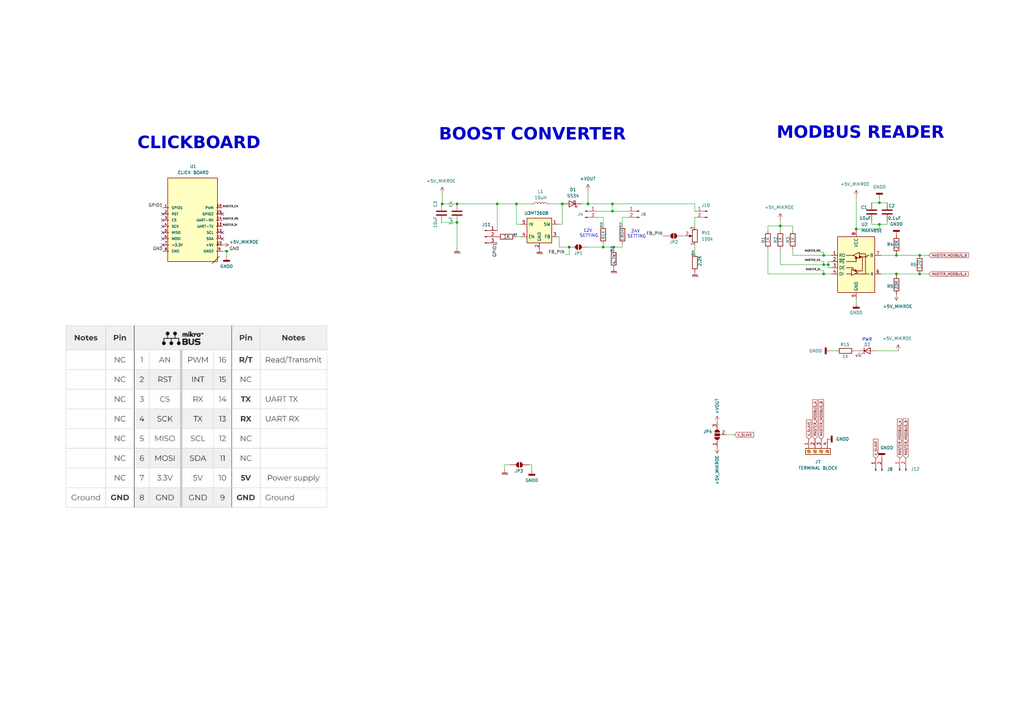
<source format=kicad_sch>
(kicad_sch (version 20231120) (generator "eeschema") (generator_version "8.0")
  (paper "A3")
  (lib_symbols
    (symbol "Connector:Conn_01x02_Pin" (pin_names (offset 1.016) hide)
      (property "Reference" "J" (at 0 2.54 0))
      (property "Value" "Conn_01x02_Pin" (at 0 -5.08 0))
      (symbol "Conn_01x02_Pin_1_1"
        (polyline (pts (xy 1.27 -2.54) (xy 0.8636 -2.54)) (stroke (width 0.1524)))
        (polyline (pts (xy 1.27 0) (xy 0.8636 0)) (stroke (width 0.1524)))
        (rectangle (start 0.8636 -2.413) (end 0 -2.667) (stroke (width 0.1524)) (fill (type outline)))
        (rectangle (start 0.8636 0.127) (end 0 -0.127) (stroke (width 0.1524)) (fill (type outline)))
        (pin passive line (at 5.08 0 180) (length 3.81) (name "Pin_1") (number "1"))
        (pin passive line (at 5.08 -2.54 180) (length 3.81) (name "Pin_2") (number "2"))
      )
    )
    (symbol "Connector:Conn_01x03_Pin" (pin_names (offset 1.016) hide)
      (property "Reference" "J" (at 0 5.08 0))
      (property "Value" "Conn_01x03_Pin" (at 0 -5.08 0))
      (symbol "Conn_01x03_Pin_1_1"
        (polyline (pts (xy 1.27 -2.54) (xy 0.8636 -2.54)) (stroke (width 0.1524)))
        (polyline (pts (xy 1.27 0) (xy 0.8636 0)) (stroke (width 0.1524)))
        (polyline (pts (xy 1.27 2.54) (xy 0.8636 2.54)) (stroke (width 0.1524)))
        (rectangle (start 0.8636 -2.413) (end 0 -2.667) (stroke (width 0.1524)) (fill (type outline)))
        (rectangle (start 0.8636 0.127) (end 0 -0.127) (stroke (width 0.1524)) (fill (type outline)))
        (rectangle (start 0.8636 2.667) (end 0 2.413) (stroke (width 0.1524)) (fill (type outline)))
        (pin passive line (at 5.08 2.54 180) (length 3.81) (name "Pin_1") (number "1"))
        (pin passive line (at 5.08 0 180) (length 3.81) (name "Pin_2") (number "2"))
        (pin passive line (at 5.08 -2.54 180) (length 3.81) (name "Pin_3") (number "3"))
      )
    )
    (symbol "Connector:Screw_Terminal_01x04" (pin_names (offset 1.016) hide)
      (property "Reference" "J" (at 0 5.08 0))
      (property "Value" "Screw_Terminal_01x04" (at 0 -7.62 0))
      (symbol "Screw_Terminal_01x04_1_1"
        (rectangle (start -1.27 3.81) (end 1.27 -6.35) (stroke (width 0.254)) (fill (type background)))
        (circle (center 0 -5.08) (radius 0.635) (stroke (width 0.1524)))
        (circle (center 0 -2.54) (radius 0.635) (stroke (width 0.1524)))
        (polyline (pts (xy -0.5334 -4.7498) (xy 0.3302 -5.588)) (stroke (width 0.1524)))
        (polyline (pts (xy -0.5334 -2.2098) (xy 0.3302 -3.048)) (stroke (width 0.1524)))
        (polyline (pts (xy -0.5334 0.3302) (xy 0.3302 -0.508)) (stroke (width 0.1524)))
        (polyline (pts (xy -0.5334 2.8702) (xy 0.3302 2.032)) (stroke (width 0.1524)))
        (polyline (pts (xy -0.3556 -4.572) (xy 0.508 -5.4102)) (stroke (width 0.1524)))
        (polyline (pts (xy -0.3556 -2.032) (xy 0.508 -2.8702)) (stroke (width 0.1524)))
        (polyline (pts (xy -0.3556 0.508) (xy 0.508 -0.3302)) (stroke (width 0.1524)))
        (polyline (pts (xy -0.3556 3.048) (xy 0.508 2.2098)) (stroke (width 0.1524)))
        (circle (center 0 0) (radius 0.635) (stroke (width 0.1524)))
        (circle (center 0 2.54) (radius 0.635) (stroke (width 0.1524)))
        (pin passive line (at -5.08 2.54 0) (length 3.81) (name "Pin_1") (number "1"))
        (pin passive line (at -5.08 0 0) (length 3.81) (name "Pin_2") (number "2"))
        (pin passive line (at -5.08 -2.54 0) (length 3.81) (name "Pin_3") (number "3"))
        (pin passive line (at -5.08 -5.08 0) (length 3.81) (name "Pin_4") (number "4"))
      )
    )
    (symbol "Device:C" (pin_numbers hide) (pin_names (offset 0.254))
      (property "Reference" "C" (at 0.635 2.54 0))
      (property "Value" "C" (at 0.635 -2.54 0))
      (symbol "C_0_1"
        (polyline (pts (xy -2.032 -0.762) (xy 2.032 -0.762)) (stroke (width 0.508)))
        (polyline (pts (xy -2.032 0.762) (xy 2.032 0.762)) (stroke (width 0.508)))
      )
      (symbol "C_1_1"
        (pin passive line (at 0 3.81 270) (length 2.794) (name "~") (number "1"))
        (pin passive line (at 0 -3.81 90) (length 2.794) (name "~") (number "2"))
      )
    )
    (symbol "Device:L" (pin_numbers hide) (pin_names (offset 1.016) hide)
      (property "Reference" "L" (at -1.27 0 90))
      (property "Value" "L" (at 1.905 0 90))
      (symbol "L_0_1"
        (arc (start 0 -2.54) (mid 0.6323 -1.905) (end 0 -1.27))
        (arc (start 0 -1.27) (mid 0.6323 -0.635) (end 0 0))
        (arc (start 0 0) (mid 0.6323 0.635) (end 0 1.27))
        (arc (start 0 1.27) (mid 0.6323 1.905) (end 0 2.54))
      )
      (symbol "L_1_1"
        (pin passive line (at 0 3.81 270) (length 1.27) (name "1") (number "1"))
        (pin passive line (at 0 -3.81 90) (length 1.27) (name "2") (number "2"))
      )
    )
    (symbol "Device:LED" (pin_numbers hide) (pin_names (offset 1.016) hide)
      (property "Reference" "D" (at 0 2.54 0))
      (property "Value" "LED" (at 0 -2.54 0))
      (symbol "LED_0_1"
        (polyline (pts (xy -1.27 -1.27) (xy -1.27 1.27)) (stroke (width 0.254)))
        (polyline (pts (xy -1.27 0) (xy 1.27 0)))
        (polyline (pts (xy 1.27 -1.27) (xy 1.27 1.27) (xy -1.27 0) (xy 1.27 -1.27)) (stroke (width 0.254)))
        (polyline (pts (xy -3.048 -0.762) (xy -4.572 -2.286) (xy -3.81 -2.286) (xy -4.572 -2.286) (xy -4.572 -1.524)))
        (polyline (pts (xy -1.778 -0.762) (xy -3.302 -2.286) (xy -2.54 -2.286) (xy -3.302 -2.286) (xy -3.302 -1.524)))
      )
      (symbol "LED_1_1"
        (pin passive line (at -3.81 0 0) (length 2.54) (name "K") (number "1"))
        (pin passive line (at 3.81 0 180) (length 2.54) (name "A") (number "2"))
      )
    )
    (symbol "Device:R" (pin_numbers hide) (pin_names (offset 0))
      (property "Reference" "R" (at 2.032 0 90))
      (property "Value" "R" (at 0 0 90))
      (symbol "R_0_1"
        (rectangle (start -1.016 -2.54) (end 1.016 2.54) (stroke (width 0.254)))
      )
      (symbol "R_1_1"
        (pin passive line (at 0 3.81 270) (length 1.27) (name "~") (number "1"))
        (pin passive line (at 0 -3.81 90) (length 1.27) (name "~") (number "2"))
      )
    )
    (symbol "Device:R_Potentiometer" (pin_names (offset 1.016) hide)
      (property "Reference" "RV" (at -4.445 0 90))
      (property "Value" "R_Potentiometer" (at -2.54 0 90))
      (symbol "R_Potentiometer_0_1"
        (polyline (pts (xy 2.54 0) (xy 1.524 0)))
        (polyline (pts (xy 1.143 0) (xy 2.286 0.508) (xy 2.286 -0.508) (xy 1.143 0)) (fill (type outline)))
        (rectangle (start 1.016 2.54) (end -1.016 -2.54) (stroke (width 0.254)))
      )
      (symbol "R_Potentiometer_1_1"
        (pin passive line (at 0 3.81 270) (length 1.27) (name "1") (number "1"))
        (pin passive line (at 3.81 0 180) (length 1.27) (name "2") (number "2"))
        (pin passive line (at 0 -3.81 90) (length 1.27) (name "3") (number "3"))
      )
    )
    (symbol "Diode:SS34" (pin_numbers hide) (pin_names (offset 1.016) hide)
      (property "Reference" "D" (at 0 2.54 0))
      (property "Value" "SS34" (at 0 -2.54 0))
      (symbol "SS34_0_1"
        (polyline (pts (xy 1.27 0) (xy -1.27 0)))
        (polyline (pts (xy 1.27 1.27) (xy 1.27 -1.27) (xy -1.27 0) (xy 1.27 1.27)) (stroke (width 0.254)))
        (polyline (pts (xy -1.905 0.635) (xy -1.905 1.27) (xy -1.27 1.27) (xy -1.27 -1.27) (xy -0.635 -1.27) (xy -0.635 -0.635)) (stroke (width 0.254)))
      )
      (symbol "SS34_1_1"
        (pin passive line (at -3.81 0 0) (length 2.54) (name "K") (number "1"))
        (pin passive line (at 3.81 0 180) (length 2.54) (name "A") (number "2"))
      )
    )
    (symbol "Interface_UART:MAX485E"
      (property "Reference" "U" (at -6.096 11.43 0))
      (property "Value" "MAX485E" (at 0.762 11.43 0))
      (symbol "MAX485E_0_1"
        (rectangle (start -7.62 10.16) (end 7.62 -12.7) (stroke (width 0.254)) (fill (type background)))
        (circle (center -0.3048 -3.683) (radius 0.3556) (stroke (width 0.254)) (fill (type outline)))
        (circle (center -0.0254 1.4986) (radius 0.3556) (stroke (width 0.254)) (fill (type outline)))
        (polyline (pts (xy -4.064 -5.08) (xy -1.905 -5.08)) (stroke (width 0.254)))
        (polyline (pts (xy -4.064 2.54) (xy -1.27 2.54)) (stroke (width 0.254)))
        (polyline (pts (xy -1.27 -3.2004) (xy -1.27 -3.4544)) (stroke (width 0.254)))
        (polyline (pts (xy -0.635 -5.08) (xy 5.334 -5.08)) (stroke (width 0.254)))
        (polyline (pts (xy -4.064 -2.54) (xy -1.27 -2.54) (xy -1.27 -3.175)) (stroke (width 0.254)))
        (polyline (pts (xy 0 1.27) (xy 0 0) (xy -4.064 0)) (stroke (width 0.254)))
        (polyline (pts (xy 1.27 3.175) (xy 3.81 3.175) (xy 3.81 -5.08)) (stroke (width 0.254)))
        (polyline (pts (xy 2.54 1.905) (xy 2.54 -3.81) (xy 0 -3.81)) (stroke (width 0.254)))
        (polyline (pts (xy -1.905 -3.175) (xy -1.905 -5.715) (xy 0.635 -4.445) (xy -1.905 -3.175)) (stroke (width 0.254)))
        (polyline (pts (xy -1.27 2.54) (xy 1.27 3.81) (xy 1.27 1.27) (xy -1.27 2.54)) (stroke (width 0.254)))
        (polyline (pts (xy 1.905 1.905) (xy 4.445 1.905) (xy 4.445 2.54) (xy 5.334 2.54)) (stroke (width 0.254)))
        (rectangle (start 1.27 3.175) (end 1.27 3.175))
        (circle (center 1.651 1.905) (radius 0.3556) (stroke (width 0.254)) (fill (type outline)))
      )
      (symbol "MAX485E_1_1"
        (pin output line (at -10.16 2.54 0) (length 2.54) (name "RO") (number "1"))
        (pin input line (at -10.16 0 0) (length 2.54) (name "~{RE}") (number "2"))
        (pin input line (at -10.16 -2.54 0) (length 2.54) (name "DE") (number "3"))
        (pin input line (at -10.16 -5.08 0) (length 2.54) (name "DI") (number "4"))
        (pin power_in line (at 0 -15.24 90) (length 2.54) (name "GND") (number "5"))
        (pin bidirectional line (at 10.16 -5.08 180) (length 2.54) (name "A") (number "6"))
        (pin bidirectional line (at 10.16 2.54 180) (length 2.54) (name "B") (number "7"))
        (pin power_in line (at 0 12.7 270) (length 2.54) (name "VCC") (number "8"))
      )
    )
    (symbol "Jumper:SolderJumper_2_Open" (pin_numbers hide) (pin_names (offset 0) hide) (exclude_from_sim yes) (in_bom no)
      (property "Reference" "JP" (at 0 2.032 0))
      (property "Value" "SolderJumper_2_Open" (at 0 -2.54 0))
      (symbol "SolderJumper_2_Open_0_1"
        (arc (start -0.254 1.016) (mid -1.2656 0) (end -0.254 -1.016))
        (arc (start -0.254 1.016) (mid -1.2656 0) (end -0.254 -1.016) (fill (type outline)))
        (polyline (pts (xy -0.254 1.016) (xy -0.254 -1.016)))
        (polyline (pts (xy 0.254 1.016) (xy 0.254 -1.016)))
        (arc (start 0.254 -1.016) (mid 1.2656 0) (end 0.254 1.016))
        (arc (start 0.254 -1.016) (mid 1.2656 0) (end 0.254 1.016) (fill (type outline)))
      )
      (symbol "SolderJumper_2_Open_1_1"
        (pin passive line (at -3.81 0 0) (length 2.54) (name "A") (number "1"))
        (pin passive line (at 3.81 0 180) (length 2.54) (name "B") (number "2"))
      )
    )
    (symbol "Jumper:SolderJumper_3_Open" (pin_names (offset 0) hide) (exclude_from_sim yes) (in_bom no)
      (property "Reference" "JP" (at -2.54 -2.54 0))
      (property "Value" "SolderJumper_3_Open" (at 0 2.794 0))
      (symbol "SolderJumper_3_Open_0_1"
        (arc (start -1.016 1.016) (mid -2.0276 0) (end -1.016 -1.016))
        (arc (start -1.016 1.016) (mid -2.0276 0) (end -1.016 -1.016) (fill (type outline)))
        (rectangle (start -0.508 1.016) (end 0.508 -1.016) (fill (type outline)))
        (polyline (pts (xy -2.54 0) (xy -2.032 0)))
        (polyline (pts (xy -1.016 1.016) (xy -1.016 -1.016)))
        (polyline (pts (xy 0 -1.27) (xy 0 -1.016)))
        (polyline (pts (xy 1.016 1.016) (xy 1.016 -1.016)))
        (polyline (pts (xy 2.54 0) (xy 2.032 0)))
        (arc (start 1.016 -1.016) (mid 2.0276 0) (end 1.016 1.016))
        (arc (start 1.016 -1.016) (mid 2.0276 0) (end 1.016 1.016) (fill (type outline)))
      )
      (symbol "SolderJumper_3_Open_1_1"
        (pin passive line (at -5.08 0 0) (length 2.54) (name "A") (number "1"))
        (pin passive line (at 0 -3.81 90) (length 2.54) (name "C") (number "2"))
        (pin passive line (at 5.08 0 180) (length 2.54) (name "B") (number "3"))
      )
    )
    (symbol "MIKROE-3800:MIKROE-3800" (pin_names (offset 1.016))
      (property "Reference" "U1" (at -0.2323 27.1462 0))
      (property "Value" "CLICK BOARD" (at -0.2323 24.6062 0))
      (symbol "MIKROE-3800_0_0"
        (rectangle (start -10.6246 22.3954) (end 9.6954 -11.8946) (stroke (width 0.254)) (fill (type background)))
        (polyline (pts (xy 7.62 -12.7) (xy 10.4902 -9.7282)) (stroke (width 0.254)))
        (pin bidirectional line (at 11.7602 -2.54 180) (length 2.54) (name "SDA") (number "11"))
        (pin input line (at 11.7602 0 180) (length 2.54) (name "SCL") (number "12"))
        (pin input line (at 11.7602 10.16 180) (length 2.54) (name "PWM") (number "16"))
        (pin input line (at -12.7 7.62 0) (length 2.54) (name "RST") (number "2"))
        (pin input line (at -12.7 5.08 0) (length 2.54) (name "CS") (number "3"))
        (pin power_in line (at -12.7 -5.08 0) (length 2.54) (name "+3.3V") (number "7"))
        (pin power_in line (at -12.7 -7.62 0) (length 2.54) (name "GND") (number "8"))
        (pin power_in line (at 11.7602 -7.62 180) (length 2.54) (name "GND2") (number "9"))
      )
      (symbol "MIKROE-3800_1_0"
        (pin output line (at -12.7 10.16 0) (length 2.54) (name "GPIO1") (number "1"))
        (pin power_in line (at 11.7602 -5.08 180) (length 2.54) (name "+5V") (number "10"))
        (pin bidirectional line (at 11.7602 2.54 180) (length 2.54) (name "UART-TX") (number "13"))
        (pin bidirectional line (at 11.7602 5.08 180) (length 2.54) (name "UART-RX") (number "14"))
        (pin output line (at 11.7602 7.62 180) (length 2.54) (name "GPIO2") (number "15"))
        (pin bidirectional line (at -12.7 2.54 0) (length 2.54) (name "SCK") (number "4"))
        (pin bidirectional line (at -12.7 0 0) (length 2.54) (name "MISO") (number "5"))
        (pin bidirectional line (at -12.7 -2.54 0) (length 2.54) (name "MOSI") (number "6"))
      )
    )
    (symbol "Regulator_Switching:MT3608"
      (property "Reference" "U" (at -2.54 8.89 0))
      (property "Value" "MT3608" (at -3.81 6.35 0))
      (symbol "MT3608_0_1"
        (rectangle (start -5.08 5.08) (end 5.08 -5.08) (stroke (width 0.254)) (fill (type background)))
      )
      (symbol "MT3608_1_1"
        (pin passive line (at 7.62 2.54 180) (length 2.54) (name "SW") (number "1"))
        (pin power_in line (at 0 -7.62 90) (length 2.54) (name "GND") (number "2"))
        (pin input line (at 7.62 -2.54 180) (length 2.54) (name "FB") (number "3"))
        (pin input line (at -7.62 -2.54 0) (length 2.54) (name "EN") (number "4"))
        (pin power_in line (at -7.62 2.54 0) (length 2.54) (name "IN") (number "5"))
        (pin no_connect line (at 5.08 0 180) (length 2.54) hide (name "NC") (number "6"))
      )
    )
    (symbol "power:+5V" (power) (pin_names (offset 0))
      (property "Value" "+5V" (at 0 3.556 0))
      (symbol "+5V_0_1"
        (polyline (pts (xy -0.762 1.27) (xy 0 2.54)))
        (polyline (pts (xy 0 0) (xy 0 2.54)))
        (polyline (pts (xy 0 2.54) (xy 0.762 1.27)))
      )
      (symbol "+5V_1_1"
        (pin power_in line (at 0 0 90) (length 0) hide (name "+5V") (number "1"))
      )
    )
    (symbol "power:GNDD" (power) (pin_numbers hide) (pin_names (offset 0) hide)
      (property "Value" "GNDD" (at 0 -3.175 0))
      (symbol "GNDD_0_1"
        (rectangle (start -1.27 -1.524) (end 1.27 -2.032) (stroke (width 0.254)) (fill (type outline)))
        (polyline (pts (xy 0 0) (xy 0 -1.524)))
      )
      (symbol "GNDD_1_1"
        (pin power_in line (at 0 0 270) (length 0) (name "~") (number "1"))
      )
    )
    (symbol "power:GNDPWR" (power) (pin_numbers hide) (pin_names (offset 0) hide)
      (property "Value" "GNDPWR" (at 0 -3.302 0))
      (symbol "GNDPWR_0_1"
        (polyline (pts (xy 0 -1.27) (xy 0 0)))
        (polyline (pts (xy -1.016 -1.27) (xy -1.27 -2.032) (xy -1.27 -2.032)) (stroke (width 0.2032)))
        (polyline (pts (xy -0.508 -1.27) (xy -0.762 -2.032) (xy -0.762 -2.032)) (stroke (width 0.2032)))
        (polyline (pts (xy 0 -1.27) (xy -0.254 -2.032) (xy -0.254 -2.032)) (stroke (width 0.2032)))
        (polyline (pts (xy 0.508 -1.27) (xy 0.254 -2.032) (xy 0.254 -2.032)) (stroke (width 0.2032)))
        (polyline (pts (xy 1.016 -1.27) (xy -1.016 -1.27) (xy -1.016 -1.27)) (stroke (width 0.2032)))
        (polyline (pts (xy 1.016 -1.27) (xy 0.762 -2.032) (xy 0.762 -2.032) (xy 0.762 -2.032)) (stroke (width 0.2032)))
      )
      (symbol "GNDPWR_1_1"
        (pin power_in line (at 0 0 270) (length 0) (name "~") (number "1"))
      )
    )
  )
  (junction (at 337.8269 104.7367))
  (junction (at 187.4433 83.6256))
  (junction (at 241.1641 83.6256))
  (junction (at 92.9307 103.013))
  (junction (at 351.1619 93.9417))
  (junction (at 181.3473 83.6256))
  (junction (at 339.7319 108.5467))
  (junction (at 251.206 83.6256))
  (junction (at 230.6233 83.6256))
  (junction (at 360.6869 92.0367))
  (junction (at 377.1969 112.3567))
  (junction (at 251.206 86.614))
  (junction (at 251.714 101.346))
  (junction (at 367.6719 112.3567))
  (junction (at 211.8273 83.6256))
  (junction (at 320.0469 92.6717))
  (junction (at 367.6719 104.7367))
  (junction (at 187.4433 91.2456))
  (junction (at 247.396 101.346))
  (junction (at 337.8269 112.3567))
  (junction (at 337.8269 108.5467))
  (junction (at 360.6869 83.1467))
  (junction (at 203.9533 83.6256))
  (junction (at 233.426 101.346))
  (junction (at 377.1969 104.7367))
  (no_connect (at 66.7535 87.773))
  (no_connect (at 66.7535 95.393))
  (no_connect (at 91.2137 87.773))
  (no_connect (at 91.2137 95.393))
  (no_connect (at 66.7535 100.473))
  (no_connect (at 66.7535 97.933))
  (no_connect (at 66.7535 90.313))
  (no_connect (at 91.2137 97.933))
  (no_connect (at 66.7535 92.853))
  (wire (pts (xy 284.988 83.6256) (xy 251.206 83.6256)))
  (wire (pts (xy 241.046 101.346) (xy 247.396 101.346)))
  (wire (pts (xy 206.9568 190.6577) (xy 209.2428 190.6577)))
  (wire (pts (xy 339.7319 107.2767) (xy 339.7319 108.5467)))
  (wire (pts (xy 337.8269 103.4667) (xy 337.8269 104.7367)))
  (wire (pts (xy 361.3219 104.7367) (xy 367.6719 104.7367)))
  (wire (pts (xy 255.27 101.346) (xy 251.714 101.346)))
  (wire (pts (xy 360.6869 92.0367) (xy 363.8619 92.0367)))
  (wire (pts (xy 255.27 100.076) (xy 255.27 101.346)))
  (wire (pts (xy 92.9307 105.1807) (xy 92.9307 103.013)))
  (wire (pts (xy 367.6719 104.7367) (xy 367.6719 104.1017)))
  (wire (pts (xy 350.5992 143.902) (xy 351.8692 143.902)))
  (wire (pts (xy 231.648 104.394) (xy 233.426 104.394)))
  (wire (pts (xy 336.5569 107.2767) (xy 337.8269 107.2767)))
  (wire (pts (xy 336.5569 103.4667) (xy 337.8269 103.4667)))
  (wire (pts (xy 245.11 89.154) (xy 247.396 89.154)))
  (wire (pts (xy 377.1969 104.7367) (xy 381.0069 104.7367)))
  (wire (pts (xy 187.4433 83.6256) (xy 203.9533 83.6256)))
  (wire (pts (xy 360.6869 83.1467) (xy 363.8619 83.1467)))
  (wire (pts (xy 251.206 83.6256) (xy 251.206 86.614)))
  (wire (pts (xy 206.9568 192.6897) (xy 206.9568 190.6577)))
  (wire (pts (xy 255.27 89.154) (xy 255.27 92.456)))
  (wire (pts (xy 238.4973 83.6256) (xy 241.1641 83.6256)))
  (wire (pts (xy 230.6233 92.0076) (xy 228.8453 92.0076)))
  (wire (pts (xy 368.3792 143.902) (xy 359.4892 143.902)))
  (wire (pts (xy 92.9307 103.013) (xy 94.0624 103.013)))
  (wire (pts (xy 203.9533 94.5476) (xy 203.9533 83.6256)))
  (wire (pts (xy 245.11 86.614) (xy 251.206 86.614)))
  (wire (pts (xy 360.6869 93.9417) (xy 360.6869 92.0367)))
  (wire (pts (xy 351.1619 93.9417) (xy 360.6869 93.9417)))
  (wire (pts (xy 337.8269 104.7367) (xy 341.0019 104.7367)))
  (wire (pts (xy 341.0019 107.2767) (xy 339.7319 107.2767)))
  (wire (pts (xy 363.8619 92.0367) (xy 363.8619 90.7667)))
  (wire (pts (xy 325.1269 102.1967) (xy 325.1269 104.7367)))
  (wire (pts (xy 229.362 101.346) (xy 233.426 101.346)))
  (wire (pts (xy 367.6719 104.7367) (xy 377.1969 104.7367)))
  (wire (pts (xy 351.1619 93.9417) (xy 351.1619 94.5767)))
  (wire (pts (xy 351.1619 122.5167) (xy 351.1619 124.4217)))
  (wire (pts (xy 314.9669 94.5767) (xy 314.9669 92.6717)))
  (wire (pts (xy 320.0469 102.1967) (xy 320.0469 108.5467)))
  (wire (pts (xy 357.5119 83.1467) (xy 360.6869 83.1467)))
  (wire (pts (xy 320.0469 92.6717) (xy 325.1269 92.6717)))
  (wire (pts (xy 377.1969 112.3567) (xy 381.0069 112.3567)))
  (wire (pts (xy 187.4433 91.2456) (xy 181.0933 91.2456)))
  (wire (pts (xy 228.8453 97.0876) (xy 228.8453 97.0996)))
  (wire (pts (xy 361.3219 112.3567) (xy 367.6719 112.3567)))
  (wire (pts (xy 257.048 89.154) (xy 255.27 89.154)))
  (wire (pts (xy 94.0624 103.013) (xy 94.0624 103.0251)))
  (wire (pts (xy 181.3473 79.3076) (xy 181.3473 83.6256)))
  (wire (pts (xy 337.8269 107.2767) (xy 337.8269 108.5467)))
  (wire (pts (xy 367.6719 112.3567) (xy 377.1969 112.3567)))
  (wire (pts (xy 337.8269 112.3567) (xy 341.0019 112.3567)))
  (wire (pts (xy 314.9669 112.3567) (xy 337.8269 112.3567)))
  (wire (pts (xy 336.5569 111.0867) (xy 337.8269 111.0867)))
  (wire (pts (xy 314.9669 92.6717) (xy 320.0469 92.6717)))
  (wire (pts (xy 325.1269 92.6717) (xy 325.1269 94.5767)))
  (wire (pts (xy 218.1328 190.6577) (xy 218.1328 192.9437)))
  (wire (pts (xy 241.1641 83.6256) (xy 251.206 83.6256)))
  (wire (pts (xy 203.9533 83.6256) (xy 211.8273 83.6256)))
  (wire (pts (xy 314.9669 102.1967) (xy 314.9669 112.3567)))
  (wire (pts (xy 320.0469 108.5467) (xy 337.8269 108.5467)))
  (wire (pts (xy 247.396 101.346) (xy 251.714 101.346)))
  (wire (pts (xy 217.9233 83.6256) (xy 211.8273 83.6256)))
  (wire (pts (xy 241.1641 78.1826) (xy 241.1641 83.6256)))
  (wire (pts (xy 284.988 100.584) (xy 284.988 103.886)))
  (wire (pts (xy 360.6869 81.2417) (xy 360.6869 83.1467)))
  (wire (pts (xy 301.244 178.308) (xy 297.942 178.308)))
  (wire (pts (xy 187.4433 101.9136) (xy 187.4433 91.2456)))
  (wire (pts (xy 351.1619 80.6067) (xy 351.1619 93.9417)))
  (wire (pts (xy 91.2137 103.013) (xy 92.9307 103.013)))
  (wire (pts (xy 247.396 89.154) (xy 247.396 92.456)))
  (wire (pts (xy 357.5119 90.7667) (xy 357.5119 92.0367)))
  (wire (pts (xy 251.206 86.614) (xy 257.048 86.614)))
  (wire (pts (xy 284.988 89.154) (xy 284.988 92.964)))
  (wire (pts (xy 337.8269 111.0867) (xy 337.8269 112.3567)))
  (wire (pts (xy 181.0933 83.6256) (xy 181.3473 83.6256)))
  (wire (pts (xy 340.4392 143.902) (xy 342.9792 143.902)))
  (wire (pts (xy 339.7319 109.8167) (xy 341.0019 109.8167)))
  (wire (pts (xy 320.0469 92.6717) (xy 320.0469 94.5767)))
  (wire (pts (xy 284.988 86.614) (xy 284.988 83.6256)))
  (wire (pts (xy 233.426 104.394) (xy 233.426 101.346)))
  (wire (pts (xy 251.714 101.346) (xy 251.714 102.362)))
  (wire (pts (xy 271.78 96.774) (xy 272.542 96.774)))
  (wire (pts (xy 339.7319 108.5467) (xy 339.7319 109.8167)))
  (wire (pts (xy 211.8273 83.6256) (xy 211.8273 92.0076)))
  (wire (pts (xy 228.8453 97.0996) (xy 229.362 97.0996)))
  (wire (pts (xy 357.5119 92.0367) (xy 360.6869 92.0367)))
  (wire (pts (xy 230.6233 83.6256) (xy 230.6233 92.0076)))
  (wire (pts (xy 229.362 97.0996) (xy 229.362 101.346)))
  (wire (pts (xy 216.8628 190.6577) (xy 218.1328 190.6577)))
  (wire (pts (xy 211.5733 97.0876) (xy 213.6053 97.0876)))
  (wire (pts (xy 225.5433 83.6256) (xy 230.6233 83.6256)))
  (wire (pts (xy 280.162 96.774) (xy 281.178 96.774)))
  (wire (pts (xy 247.396 100.076) (xy 247.396 101.346)))
  (wire (pts (xy 230.6233 83.6256) (xy 230.8773 83.6256)))
  (wire (pts (xy 181.3473 83.6256) (xy 187.4433 83.6256)))
  (wire (pts (xy 337.8269 108.5467) (xy 339.7319 108.5467)))
  (wire (pts (xy 367.6719 112.3567) (xy 367.6719 112.9917)))
  (wire (pts (xy 325.1269 104.7367) (xy 337.8269 104.7367)))
  (wire (pts (xy 320.0469 90.1317) (xy 320.0469 92.6717)))
  (wire (pts (xy 211.8273 92.0076) (xy 213.6053 92.0076)))
  (image (at 81.8502 171.185) (scale 0.748006))
  (text "PWR" (at 355.6439 139.3816 0) (effects (font (size 1.27 1.27))))
  (text "12V \nSETTING" (at 241.554 95.758 0) (effects (font (size 1.27 1.27))))
  (text "24V \nSETTING" (at 261.112 96.012 0) (effects (font (size 1.27 1.27))))
  (text "MODBUS READER\n" (at 318.5458 58.8794 0) (effects (font (size 5 5) (thickness 1) (bold yes)) (justify left bottom)))
  (text "BOOST CONVERTER" (at 180.0403 59.5816 0) (effects (font (size 5 5) (thickness 1) (bold yes)) (justify left bottom)))
  (text "CLICKBOARD" (at 56.3454 63.1189 0) (effects (font (size 5 5) (thickness 1) (bold yes)) (justify left bottom)))
  (label "FB_PIN" (at 231.648 104.394 180))
  (label "MASTER_DI" (at 336.5569 111.0867 180) (effects (font (size 0.762 0.762))))
  (label "MASTER_DI" (at 91.2137 92.853 0) (effects (font (size 0.762 0.762))))
  (label "FB_PIN" (at 271.78 96.774 180))
  (label "MASTER_RO" (at 336.5569 103.4667 180) (effects (font (size 0.762 0.762))))
  (label "MASTER_RO" (at 91.2137 90.313 0) (effects (font (size 0.762 0.762))))
  (label "GPIO1" (at 203.9533 99.6276 270))
  (label "MASTER_EN" (at 336.5569 107.2767 180) (effects (font (size 0.762 0.762))))
  (label "GND" (at 94.0624 103.0251 0))
  (label "MASTER_EN" (at 91.2137 85.233 0) (effects (font (size 0.762 0.762))))
  (label "GND" (at 66.7535 103.013 180))
  (label "GPIO1" (at 66.7535 85.233 180))
  (global_label "MASTER_MODBUS_A" (shape input) (at 381.0069 112.3567 0) (effects (font (size 1 1))) (property "Intersheetrefs" "${INTERSHEET_REFS}" (effects (hide yes))))
  (global_label "MASTER_MODBUS_B" (shape input) (at 336.804 180.086 90) (effects (font (size 1 1))) (property "Intersheetrefs" "${INTERSHEET_REFS}" (effects (hide yes))))
  (global_label "MASTER_MODBUS_B" (shape input) (at 381.0069 104.7367 0) (effects (font (size 1 1))) (property "Intersheetrefs" "${INTERSHEET_REFS}" (effects (hide yes))))
  (global_label "MASTER_MODBUS_A" (shape input) (at 368.9864 187.9276 90) (effects (font (size 1 1))) (property "Intersheetrefs" "${INTERSHEET_REFS}" (effects (hide yes))))
  (global_label "MASTER_MODBUS_B" (shape input) (at 371.5264 187.9276 90) (effects (font (size 1 1))) (property "Intersheetrefs" "${INTERSHEET_REFS}" (effects (hide yes))))
  (global_label "V_SLAVE" (shape input) (at 359.16 187.9931 90) (effects (font (size 1 1))) (property "Intersheetrefs" "${INTERSHEET_REFS}" (effects (hide yes))))
  (global_label "V_SLAVE" (shape input) (at 331.724 180.086 90) (effects (font (size 1 1))) (property "Intersheetrefs" "${INTERSHEET_REFS}" (effects (hide yes))))
  (global_label "V_SLAVE" (shape input) (at 301.244 178.308 0) (effects (font (size 1 1))) (property "Intersheetrefs" "${INTERSHEET_REFS}" (effects (hide yes))))
  (global_label "MASTER_MODBUS_A" (shape input) (at 334.264 180.086 90) (effects (font (size 1 1))) (property "Intersheetrefs" "${INTERSHEET_REFS}" (effects (hide yes))))
  (symbol (lib_id "power:GNDPWR") (at 251.714 109.982 0) (mirror y) (unit 1)
    (property "Reference" "#PWR017" (effects (hide yes)))
    (property "Value" "GNDPWR" (effects (hide yes)))
    (property "Description" "Power symbol creates a global label with name \"GNDPWR\" , global ground" (effects (hide yes)))
  )
  (symbol (lib_id "Device:R") (at 367.6719 100.2917 180) (unit 1)
    (property "Reference" "R4" (at 365.1319 100.2917 0))
    (property "Value" "20K" (at 367.6719 100.2917 90))
    (property "Footprint" "Resistor_SMD:R_0805_2012Metric_Pad1.20x1.40mm_HandSolder" (effects (hide yes)))
    (property "LCSC" "C163978" (effects (hide yes)))
  )
  (symbol (lib_id "Device:R") (at 325.1269 98.3867 180) (unit 1)
    (property "Reference" "R3" (at 323.2219 98.3867 90))
    (property "Value" "1K" (at 325.1269 98.3867 90))
    (property "Footprint" "Resistor_SMD:R_0603_1608Metric_Pad0.98x0.95mm_HandSolder" (effects (hide yes)))
    (property "LCSC" "C21190" (effects (hide yes)))
  )
  (symbol (lib_id "Device:R") (at 247.396 96.266 0) (unit 1)
    (property "Reference" "R10" (at 246.634 93.472 90) (effects (font (size 0.762 0.762)) (justify left)))
    (property "Value" "91K" (at 247.396 98.298 90) (effects (justify left)))
    (property "Footprint" "Resistor_SMD:R_0603_1608Metric_Pad0.98x0.95mm_HandSolder" (effects (hide yes)))
    (property "LCSC" "C137755" (effects (hide yes)))
  )
  (symbol (lib_id "power:+5V") (at 294.132 183.388 180) (unit 1)
    (property "Reference" "#PWR010" (effects (hide yes)))
    (property "Value" "+5V_MIKROE" (at 294.132 192.786 90))
  )
  (symbol (lib_id "power:GNDPWR") (at 206.9568 192.6897 0) (mirror y) (unit 1)
    (property "Reference" "#PWR012" (effects (hide yes)))
    (property "Value" "GNDPWR" (effects (hide yes)))
    (property "Description" "Power symbol creates a global label with name \"GNDPWR\" , global ground" (effects (hide yes)))
  )
  (symbol (lib_id "power:GNDD") (at 340.4392 143.902 270) (unit 1)
    (property "Reference" "#PWR024" (effects (hide yes)))
    (property "Value" "GNDD" (at 337.2228 143.9019 90) (effects (justify right)))
    (property "Description" "Power symbol creates a global label with name \"GNDD\" , digital ground" (effects (hide yes)))
  )
  (symbol (lib_id "power:+5V") (at 181.3473 79.3076 0) (unit 1)
    (property "Reference" "#PWR014" (effects (hide yes)))
    (property "Value" "+5V_MIKROE" (at 180.8965 74.229 0))
  )
  (symbol (lib_id "power:GNDPWR") (at 284.988 111.506 0) (mirror y) (unit 1)
    (property "Reference" "#PWR022" (effects (hide yes)))
    (property "Value" "GNDPWR" (effects (hide yes)))
    (property "Description" "Power symbol creates a global label with name \"GNDPWR\" , global ground" (effects (hide yes)))
  )
  (symbol (lib_id "power:GNDD") (at 218.1328 192.9437 0) (unit 1)
    (property "Reference" "#PWR013" (effects (hide yes)))
    (property "Value" "GNDD" (at 218.1328 197.0077 0))
    (property "Description" "Power symbol creates a global label with name \"GNDD\" , digital ground" (effects (hide yes)))
  )
  (symbol (lib_id "power:GNDD") (at 361.7 187.9931 180) (unit 1)
    (property "Reference" "#PWR021" (effects (hide yes)))
    (property "Value" "GNDD" (at 363.728 183.642 0))
    (property "Description" "Power symbol creates a global label with name \"GNDD\" , digital ground" (effects (hide yes)))
  )
  (symbol (lib_id "MIKROE-3800:MIKROE-3800") (at 79.4535 95.393 0) (unit 1)
    (property "Reference" "U1" (at 79.2212 68.2468 0))
    (property "Value" "CLICK BOARD" (at 79.2212 70.7868 0))
    (property "Footprint" "MIKROE:MIKROE-PINS" (effects (hide yes)))
  )
  (symbol (lib_id "Regulator_Switching:MT3608") (at 221.2253 94.5476 0) (unit 1)
    (property "Reference" "U3" (at 216.3993 87.4356 0))
    (property "Value" "MT3608" (at 221.2253 87.4356 0))
    (property "Footprint" "Package_TO_SOT_SMD:SOT-23-6" (effects (hide yes)))
    (property "Datasheet" "https://www.olimex.com/Products/Breadboarding/BB-PWR-3608/resources/MT3608.pdf" (effects (hide yes)))
    (property "Description" "High Efficiency 1.2MHz 2A Step Up Converter, 2-24V Vin, 28V Vout, 4A current limit, 1.2MHz, SOT23-6" (effects (hide yes)))
    (property "LCSC" "C2932326" (effects (hide yes)))
  )
  (symbol (lib_id "power:+5V") (at 368.3792 143.902 0) (unit 1)
    (property "Reference" "#PWR023" (effects (hide yes)))
    (property "Value" "+5V_MIKROE" (at 367.9284 138.8234 0))
  )
  (symbol (lib_id "Connector:Conn_01x02_Pin") (at 262.128 86.614 0) (mirror y) (unit 1)
    (property "Reference" "J6" (at 263.906 87.884 0))
    (property "Value" "Conn_01x02_Pin" (effects (hide yes)))
    (property "Footprint" "Connector_PinHeader_2.54mm:PinHeader_1x02_P2.54mm_Vertical" (effects (hide yes)))
    (property "Description" "Generic connector, single row, 01x02, script generated" (effects (hide yes)))
  )
  (symbol (lib_id "Jumper:SolderJumper_2_Open") (at 276.352 96.774 0) (unit 1) (exclude_from_sim yes) (in_bom no)
    (property "Reference" "JP2" (at 276.352 99.314 0))
    (property "Value" "SolderJumper_2_Open" (effects (hide yes)))
    (property "Footprint" "Jumper:SolderJumper-2_P1.3mm_Open_Pad1.0x1.5mm" (effects (hide yes)))
    (property "Description" "Solder Jumper, 2-pole, open" (effects (hide yes)))
  )
  (symbol (lib_id "Interface_UART:MAX485E") (at 351.1619 107.2767 0) (unit 1)
    (property "Reference" "U2" (at 353.1813 92.0367 0) (effects (justify left)))
    (property "Value" "MAX485E" (at 353.1813 94.5767 0) (effects (justify left)))
    (property "Footprint" "Package_SO:SOP-8_3.9x4.9mm_P1.27mm" (effects (hide yes)))
    (property "Datasheet" "https://datasheets.maximintegrated.com/en/ds/MAX1487E-MAX491E.pdf" (effects (hide yes)))
    (property "LCSC" "C481667" (effects (hide yes)))
  )
  (symbol (lib_id "Device:R_Potentiometer") (at 284.988 96.774 180) (unit 1)
    (property "Reference" "RV1" (at 287.6706 95.5039 0) (effects (justify right)))
    (property "Value" "100k" (at 287.6706 98.0439 0) (effects (justify right)))
    (property "Footprint" "RES-ADJ-TH_3362P:res" (effects (hide yes)))
    (property "Description" "Potentiometer" (effects (hide yes)))
    (property "LCSC" "C118963" (effects (hide yes)))
  )
  (symbol (lib_id "Device:C") (at 187.4433 87.4356 180) (unit 1)
    (property "Reference" "C4" (at 184.9033 82.3556 90) (effects (justify left)))
    (property "Value" "1uF" (at 184.9033 88.7056 90) (effects (justify left)))
    (property "Footprint" "Capacitor_SMD:C_0402_1005Metric_Pad0.74x0.62mm_HandSolder" (effects (hide yes)))
    (property "LCSC" "C52923" (effects (hide yes)))
  )
  (symbol (lib_id "Device:C") (at 181.0933 87.4356 180) (unit 1)
    (property "Reference" "C3" (at 178.5533 82.3556 90) (effects (justify left)))
    (property "Value" "10uF" (at 178.5533 88.7056 90) (effects (justify left)))
    (property "Footprint" "Capacitor_SMD:C_0603_1608Metric_Pad1.08x0.95mm_HandSolder" (effects (hide yes)))
    (property "LCSC" "C96446" (effects (hide yes)))
  )
  (symbol (lib_id "Device:R") (at 377.1969 108.5467 180) (unit 1)
    (property "Reference" "R6" (at 374.6569 108.5467 0))
    (property "Value" "120" (at 377.1969 108.5467 90))
    (property "Footprint" "Resistor_SMD:R_0805_2012Metric_Pad1.20x1.40mm_HandSolder" (effects (hide yes)))
    (property "LCSC" "C2907224" (effects (hide yes)))
  )
  (symbol (lib_id "Device:R") (at 367.6719 116.8017 180) (unit 1)
    (property "Reference" "R5" (at 365.1319 117.4367 0))
    (property "Value" "20K" (at 367.6719 116.8017 90))
    (property "Footprint" "Resistor_SMD:R_0805_2012Metric_Pad1.20x1.40mm_HandSolder" (effects (hide yes)))
    (property "LCSC" "C163978" (effects (hide yes)))
  )
  (symbol (lib_id "power:GNDD") (at 92.9307 105.1807 0) (unit 1)
    (property "Reference" "#PWR01" (effects (hide yes)))
    (property "Value" "GNDD" (at 92.9307 109.2447 0))
    (property "Description" "Power symbol creates a global label with name \"GNDD\" , digital ground" (effects (hide yes)))
  )
  (symbol (lib_id "Connector:Conn_01x03_Pin") (at 198.8733 97.0876 0) (unit 1)
    (property "Reference" "J11" (at 199.5083 92.1361 0))
    (property "Value" "Conn_01x03_Pin" (effects (hide yes)))
    (property "Footprint" "Connector_PinSocket_2.54mm:PinSocket_1x03_P2.54mm_Vertical" (effects (hide yes)))
    (property "Description" "Generic connector, single row, 01x03, script generated" (effects (hide yes)))
  )
  (symbol (lib_id "Jumper:SolderJumper_2_Open") (at 237.236 101.346 0) (unit 1) (exclude_from_sim yes) (in_bom no)
    (property "Reference" "JP1" (at 237.236 103.886 0))
    (property "Value" "SolderJumper_2_Open" (effects (hide yes)))
    (property "Footprint" "Jumper:SolderJumper-2_P1.3mm_Open_Pad1.0x1.5mm" (effects (hide yes)))
    (property "Description" "Solder Jumper, 2-pole, open" (effects (hide yes)))
  )
  (symbol (lib_id "Diode:SS34") (at 234.6873 83.6256 180) (unit 1)
    (property "Reference" "D1" (at 235.0048 77.7836 0))
    (property "Value" "SS34" (at 235.0048 80.3236 0))
    (property "Footprint" "Diode_SMD:D_SMA" (effects (hide yes)))
    (property "Datasheet" "https://www.vishay.com/docs/88751/ss32.pdf" (effects (hide yes)))
    (property "Description" "40V 3A Schottky Diode, SMA" (effects (hide yes)))
    (property "LCSC" "C8678" (effects (hide yes)))
  )
  (symbol (lib_id "Device:L") (at 221.7333 83.6256 90) (unit 1)
    (property "Reference" "L1" (at 221.7333 78.5456 90))
    (property "Value" "10uH" (at 221.7333 81.0856 90))
    (property "Footprint" "Inductor_SMD:L_Chilisin_BMRB00060618" (effects (hide yes)))
    (property "Description" "Inductor" (effects (hide yes)))
    (property "LCSC" "C167223" (effects (hide yes)))
  )
  (symbol (lib_id "Jumper:SolderJumper_3_Open") (at 294.132 178.308 90) (unit 1) (exclude_from_sim yes) (in_bom no)
    (property "Reference" "JP4" (at 292.1 177.0379 90) (effects (justify left)))
    (property "Value" "SolderJumper_3_Open" (effects (hide yes)))
    (property "Footprint" "Jumper:SolderJumper-3_P1.3mm_Open_Pad1.0x1.5mm" (effects (hide yes)))
    (property "Description" "Solder Jumper, 3-pole, open" (effects (hide yes)))
  )
  (symbol (lib_id "Connector:Screw_Terminal_01x04") (at 334.264 185.166 90) (mirror x) (unit 1)
    (property "Reference" "J7" (at 335.534 189.4321 90))
    (property "Value" "TERMINAL BLOCK" (at 335.534 191.9721 90))
    (property "Footprint" "TerminalBlock:TerminalBlock_Xinya_XY308-2.54-4P_1x04_P2.54mm_Horizontal" (effects (hide yes)))
    (property "Description" "Generic screw terminal, single row, 01x04, script generated (kicad-library-utils/schlib/autogen/connector/)" (effects (hide yes)))
  )
  (symbol (lib_id "power:GNDPWR") (at 187.4433 101.9136 0) (mirror y) (unit 1)
    (property "Reference" "#PWR08" (effects (hide yes)))
    (property "Value" "GNDPWR" (effects (hide yes)))
    (property "Description" "Power symbol creates a global label with name \"GNDPWR\" , global ground" (effects (hide yes)))
  )
  (symbol (lib_id "Connector:Conn_01x02_Pin") (at 359.16 193.0731 90) (unit 1)
    (property "Reference" "J8" (at 363.7846 192.438 90) (effects (justify right)))
    (property "Value" "Conn_01x02_Pin" (effects (hide yes)))
    (property "Footprint" "Connector_PinHeader_2.54mm:PinHeader_1x02_P2.54mm_Vertical" (effects (hide yes)))
    (property "Description" "Generic connector, single row, 01x02, script generated" (effects (hide yes)))
  )
  (symbol (lib_id "power:+5V") (at 91.2137 100.473 270) (unit 1)
    (property "Reference" "#PWR011" (effects (hide yes)))
    (property "Value" "+5V_MIKROE" (at 100.08 99.2639 90))
  )
  (symbol (lib_id "Device:R") (at 346.7892 143.902 90) (unit 1)
    (property "Reference" "R15" (at 348.4902 141.3644 90) (effects (justify left)))
    (property "Value" "1K" (at 348.0985 146.2206 90) (effects (justify left)))
    (property "Footprint" "Resistor_SMD:R_0603_1608Metric_Pad0.98x0.95mm_HandSolder" (effects (hide yes)))
    (property "LCSC" "C21190" (effects (hide yes)))
  )
  (symbol (lib_id "power:+5V") (at 320.0469 90.1317 0) (unit 1)
    (property "Reference" "#PWR018" (effects (hide yes)))
    (property "Value" "+5V_MIKROE" (at 319.5961 85.0531 0))
  )
  (symbol (lib_id "power:GNDPWR") (at 221.2253 102.1676 0) (mirror y) (unit 1)
    (property "Reference" "#PWR09" (effects (hide yes)))
    (property "Value" "GNDPWR" (effects (hide yes)))
    (property "Description" "Power symbol creates a global label with name \"GNDPWR\" , global ground" (effects (hide yes)))
  )
  (symbol (lib_id "power:+5V") (at 351.1619 80.6067 0) (unit 1)
    (property "Reference" "#PWR02" (effects (hide yes)))
    (property "Value" "+5V_MIKROE" (at 350.7111 75.5281 0))
  )
  (symbol (lib_id "Device:R") (at 284.988 107.696 0) (unit 1)
    (property "Reference" "R14" (at 284.226 104.902 90) (effects (font (size 0.762 0.762)) (justify left)))
    (property "Value" "2.2K" (at 287.0246 109.2602 90) (effects (justify left)))
    (property "Footprint" "Resistor_SMD:R_0603_1608Metric_Pad0.98x0.95mm_HandSolder" (effects (hide yes)))
    (property "LCSC" "C4190" (effects (hide yes)))
  )
  (symbol (lib_id "Device:R") (at 320.0469 98.3867 180) (unit 1)
    (property "Reference" "R2" (at 318.1419 98.3867 90))
    (property "Value" "1K" (at 320.0469 98.3867 90))
    (property "Footprint" "Resistor_SMD:R_0603_1608Metric_Pad0.98x0.95mm_HandSolder" (effects (hide yes)))
    (property "LCSC" "C21190" (effects (hide yes)))
  )
  (symbol (lib_id "Connector:Conn_01x02_Pin") (at 290.068 86.614 0) (mirror y) (unit 1)
    (property "Reference" "J10" (at 289.433 84.1849 0))
    (property "Value" "Conn_01x02_Pin" (effects (hide yes)))
    (property "Footprint" "Connector_PinHeader_2.54mm:PinHeader_1x02_P2.54mm_Vertical" (effects (hide yes)))
    (property "Description" "Generic connector, single row, 01x02, script generated" (effects (hide yes)))
  )
  (symbol (lib_id "power:GNDD") (at 339.344 180.086 90) (unit 1)
    (property "Reference" "#PWR019" (effects (hide yes)))
    (property "Value" "GNDD" (at 342.8959 180.0859 90) (effects (justify right)))
    (property "Description" "Power symbol creates a global label with name \"GNDD\" , digital ground" (effects (hide yes)))
  )
  (symbol (lib_id "power:+5V") (at 241.1641 78.1826 0) (unit 1)
    (property "Reference" "#PWR015" (effects (hide yes)))
    (property "Value" "+VOUT" (at 241.0819 73.3143 0))
  )
  (symbol (lib_id "Jumper:SolderJumper_2_Open") (at 213.0528 190.6577 0) (mirror y) (unit 1) (exclude_from_sim yes) (in_bom no)
    (property "Reference" "JP3" (at 212.7988 193.1977 0))
    (property "Value" "SolderJumper_2_Open" (effects (hide yes)))
    (property "Footprint" "Jumper:SolderJumper-2_P1.3mm_Open_Pad1.0x1.5mm" (effects (hide yes)))
    (property "Description" "Solder Jumper, 2-pole, open" (effects (hide yes)))
  )
  (symbol (lib_id "Connector:Conn_01x02_Pin") (at 240.03 86.614 0) (unit 1)
    (property "Reference" "J4" (at 237.998 87.884 0))
    (property "Value" "Conn_01x02_Pin" (effects (hide yes)))
    (property "Footprint" "Connector_PinHeader_2.54mm:PinHeader_1x02_P2.54mm_Vertical" (effects (hide yes)))
    (property "Description" "Generic connector, single row, 01x02, script generated" (effects (hide yes)))
  )
  (symbol (lib_id "Device:R") (at 314.9669 98.3867 180) (unit 1)
    (property "Reference" "R1" (at 313.0619 98.3867 90))
    (property "Value" "1K" (at 314.9669 98.3867 90))
    (property "Footprint" "Resistor_SMD:R_0603_1608Metric_Pad0.98x0.95mm_HandSolder" (effects (hide yes)))
    (property "LCSC" "C21190" (effects (hide yes)))
  )
  (symbol (lib_id "power:GNDD") (at 360.6869 81.2417 180) (unit 1)
    (property "Reference" "#PWR05" (effects (hide yes)))
    (property "Value" "GNDD" (at 360.6869 76.6697 0))
    (property "Description" "Power symbol creates a global label with name \"GNDD\" , digital ground" (effects (hide yes)))
  )
  (symbol (lib_id "Device:R") (at 255.27 96.266 0) (unit 1)
    (property "Reference" "R12" (at 254.508 93.472 90) (effects (font (size 0.762 0.762)) (justify left)))
    (property "Value" "180K" (at 255.27 98.806 90) (effects (justify left)))
    (property "Footprint" "Resistor_SMD:R_0603_1608Metric_Pad0.98x0.95mm_HandSolder" (effects (hide yes)))
    (property "LCSC" "C2930012" (effects (hide yes)))
  )
  (symbol (lib_id "power:GNDD") (at 351.1619 124.4217 0) (unit 1)
    (property "Reference" "#PWR04" (effects (hide yes)))
    (property "Value" "GNDD" (at 351.1619 128.2317 0))
    (property "Description" "Power symbol creates a global label with name \"GNDD\" , digital ground" (effects (hide yes)))
  )
  (symbol (lib_id "power:+5V") (at 294.132 173.228 0) (unit 1)
    (property "Reference" "#PWR07" (effects (hide yes)))
    (property "Value" "+VOUT" (at 294.132 166.624 90))
  )
  (symbol (lib_id "Device:C") (at 363.8619 86.9567 180) (unit 1)
    (property "Reference" "C2" (at 367.0369 84.4167 0) (effects (justify left)))
    (property "Value" "0.1uF" (at 369.5769 89.4967 0) (effects (justify left)))
    (property "Footprint" "Capacitor_SMD:C_0402_1005Metric" (effects (hide yes)))
    (property "LCSC" " C60474" (effects (hide yes)))
  )
  (symbol (lib_id "Connector:Conn_01x02_Pin") (at 368.9864 193.0076 90) (unit 1)
    (property "Reference" "J12" (at 373.611 192.3725 90) (effects (justify right)))
    (property "Value" "Conn_01x02_Pin" (effects (hide yes)))
    (property "Footprint" "Connector_PinHeader_2.54mm:PinHeader_1x02_P2.54mm_Vertical" (effects (hide yes)))
    (property "Description" "Generic connector, single row, 01x02, script generated" (effects (hide yes)))
  )
  (symbol (lib_id "power:+5V") (at 367.6719 120.6117 180) (unit 1)
    (property "Reference" "#PWR03" (effects (hide yes)))
    (property "Value" "+5V_MIKROE" (at 368.1227 125.6903 0))
  )
  (symbol (lib_id "Device:R") (at 207.7633 97.0876 270) (unit 1)
    (property "Reference" "R7" (at 210.5573 96.3256 90) (effects (font (size 0.762 0.762)) (justify left)))
    (property "Value" "1K" (at 206.4933 97.0876 90) (effects (justify left)))
    (property "Footprint" "Resistor_SMD:R_0603_1608Metric_Pad0.98x0.95mm_HandSolder" (effects (hide yes)))
    (property "LCSC" "C21190" (effects (hide yes)))
  )
  (symbol (lib_id "power:GNDD") (at 367.6719 96.4817 180) (unit 1)
    (property "Reference" "#PWR06" (effects (hide yes)))
    (property "Value" "GNDD" (at 367.6719 91.9097 0))
    (property "Description" "Power symbol creates a global label with name \"GNDD\" , digital ground" (effects (hide yes)))
  )
  (symbol (lib_id "Device:LED") (at 355.6792 143.902 0) (unit 1)
    (property "Reference" "D2" (at 357.0635 141.3284 0) (effects (justify right)))
    (property "Value" "LED" (effects (hide yes)))
    (property "Footprint" "LED_SMD:LED_0805_2012Metric_Pad1.15x1.40mm_HandSolder" (effects (hide yes)))
    (property "LCSC" "C2297" (effects (hide yes)))
  )
  (symbol (lib_id "Device:R") (at 251.714 106.172 0) (unit 1)
    (property "Reference" "R13" (at 250.952 103.378 90) (effects (font (size 0.762 0.762)) (justify left)))
    (property "Value" "4.7K" (at 251.968 108.458 90) (effects (justify left)))
    (property "Footprint" "Resistor_SMD:R_0603_1608Metric_Pad0.98x0.95mm_HandSolder" (effects (hide yes)))
    (property "LCSC" "C4177" (effects (hide yes)))
  )
  (symbol (lib_id "Device:C") (at 357.5119 86.9567 0) (unit 1)
    (property "Reference" "C1" (at 353.0669 85.0517 0) (effects (justify left)))
    (property "Value" "10uF" (at 352.4319 89.4967 0) (effects (justify left)))
    (property "Footprint" "Capacitor_SMD:C_0805_2012Metric_Pad1.18x1.45mm_HandSolder" (effects (hide yes)))
    (property "LCSC" "C15850" (effects (hide yes)))
  )
)
</source>
